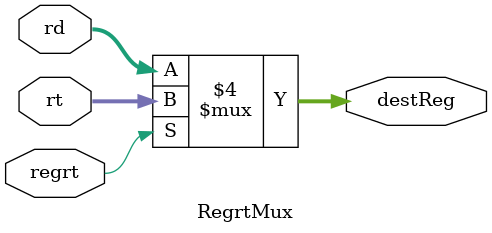
<source format=v>
`timescale 1ns/1ps
module RegrtMux (
    input regrt,
    input [4:0] rt,
    input [4:0] rd,

    output reg [4:0] destReg
);
    always @(regrt or rt or rd) begin
        if (regrt == 1'b0) begin
            destReg = rd;
        end
        else begin
            destReg = rt;
        end
    end
endmodule
</source>
